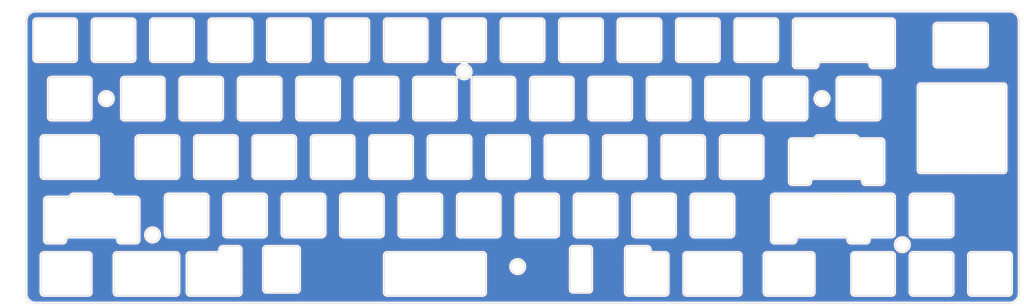
<source format=kicad_pcb>
(kicad_pcb (version 20211014) (generator pcbnew)
  (layers (0 "F.Cu" signal) (31 "B.Cu" signal) (34 "B.Paste" user) (35 "F.Paste" user) (36 "B.SilkS" user "B.Silkscreen") (37 "F.SilkS" user "F.Silkscreen") (38 "B.Mask" user) (39 "F.Mask" user) (44 "Edge.Cuts" user))
  (net 0 "")
  (footprint "keyboard_plate:logo_plate" (layer "F.Cu") (at 152.75 158.4)
    (fp_text reference "G***" hide)
    (fp_text value "LOGO" hide)
  )
  (gr_arc (start 208.9625 108.04375) (mid 208.669607 108.750857) (end 207.9625 109.04375) (layer "Edge.Cuts") (width 0.2))
  (gr_arc (start 327.025 95.04375) (mid 327.732107 95.336643) (end 328.025 96.04375) (layer "Edge.Cuts") (width 0.2))
  (gr_line (start 228.0125 96.04375) (end 228.0125 108.04375) (layer "Edge.Cuts") (width 0.2))
  (gr_line (start 247.0625 96.04375) (end 247.0625 108.04375) (layer "Edge.Cuts") (width 0.2))
  (gr_arc (start 252.1125 96.04375) (mid 252.405393 95.336643) (end 253.1125 95.04375) (layer "Edge.Cuts") (width 0.2))
  (gr_line (start 214.0125 96.04375) (end 214.0125 108.04375) (layer "Edge.Cuts") (width 0.2))
  (gr_line (start 195.9625 109.04375) (end 207.9625 109.04375) (layer "Edge.Cuts") (width 0.2))
  (gr_line (start 304.2125 96.04375) (end 304.2125 108.04375) (layer "Edge.Cuts") (width 0.2))
  (gr_arc (start 170.8625 108.04375) (mid 170.569607 108.750857) (end 169.8625 109.04375) (layer "Edge.Cuts") (width 0.2))
  (gr_line (start 291.2125 109.04375) (end 303.2125 109.04375) (layer "Edge.Cuts") (width 0.2))
  (gr_line (start 252.1125 96.04375) (end 252.1125 108.04375) (layer "Edge.Cuts") (width 0.2))
  (gr_arc (start 271.1625 96.04375) (mid 271.455393 95.336643) (end 272.1625 95.04375) (layer "Edge.Cuts") (width 0.2))
  (gr_arc (start 214.0125 96.04375) (mid 214.305393 95.336643) (end 215.0125 95.04375) (layer "Edge.Cuts") (width 0.2))
  (gr_arc (start 156.8625 96.04375) (mid 157.155393 95.336643) (end 157.8625 95.04375) (layer "Edge.Cuts") (width 0.2))
  (gr_line (start 233.0625 96.04375) (end 233.0625 108.04375) (layer "Edge.Cuts") (width 0.2))
  (gr_arc (start 228.0125 108.04375) (mid 227.719607 108.750857) (end 227.0125 109.04375) (layer "Edge.Cuts") (width 0.2))
  (gr_arc (start 189.9125 108.04375) (mid 189.619607 108.750857) (end 188.9125 109.04375) (layer "Edge.Cuts") (width 0.2))
  (gr_arc (start 234.0625 109.04375) (mid 233.355393 108.750857) (end 233.0625 108.04375) (layer "Edge.Cuts") (width 0.2))
  (gr_arc (start 175.9125 96.04375) (mid 176.205393 95.336643) (end 176.9125 95.04375) (layer "Edge.Cuts") (width 0.2))
  (gr_line (start 208.9625 96.04375) (end 208.9625 108.04375) (layer "Edge.Cuts") (width 0.2))
  (gr_arc (start 188.9125 95.04375) (mid 189.619607 95.336643) (end 189.9125 96.04375) (layer "Edge.Cuts") (width 0.2))
  (gr_arc (start 194.9625 96.04375) (mid 195.255393 95.336643) (end 195.9625 95.04375) (layer "Edge.Cuts") (width 0.2))
  (gr_arc (start 72.23125 114.09375) (mid 72.938357 114.386643) (end 73.23125 115.09375) (layer "Edge.Cuts") (width 0.2))
  (gr_arc (start 169.8625 95.04375) (mid 170.569607 95.336643) (end 170.8625 96.04375) (layer "Edge.Cuts") (width 0.2))
  (gr_line (start 189.9125 96.04375) (end 189.9125 108.04375) (layer "Edge.Cuts") (width 0.2))
  (gr_arc (start 314.024999 96.04375) (mid 314.317892 95.336643) (end 315.024999 95.04375) (layer "Edge.Cuts") (width 0.2))
  (gr_line (start 328.025 96.04375) (end 328.025 108.04375) (layer "Edge.Cuts") (width 0.2))
  (gr_line (start 314.024999 96.04375) (end 314.024999 108.04375) (layer "Edge.Cuts") (width 0.2))
  (gr_line (start 272.1625 95.04375) (end 284.1625 95.04375) (layer "Edge.Cuts") (width 0.2))
  (gr_line (start 215.0125 109.04375) (end 227.0125 109.04375) (layer "Edge.Cuts") (width 0.2))
  (gr_line (start 234.0625 109.04375) (end 246.0625 109.04375) (layer "Edge.Cuts") (width 0.2))
  (gr_line (start 156.8625 96.04375) (end 156.8625 108.04375) (layer "Edge.Cuts") (width 0.2))
  (gr_line (start 176.9125 95.04375) (end 188.9125 95.04375) (layer "Edge.Cuts") (width 0.2))
  (gr_arc (start 176.9125 109.04375) (mid 176.205393 108.750857) (end 175.9125 108.04375) (layer "Edge.Cuts") (width 0.2))
  (gr_line (start 234.0625 95.04375) (end 246.0625 95.04375) (layer "Edge.Cuts") (width 0.2))
  (gr_line (start 272.1625 109.04375) (end 284.1625 109.04375) (layer "Edge.Cuts") (width 0.2))
  (gr_arc (start 284.1625 95.04375) (mid 284.869607 95.336643) (end 285.1625 96.04375) (layer "Edge.Cuts") (width 0.2))
  (gr_arc (start 291.2125 109.04375) (mid 290.505393 108.750857) (end 290.2125 108.04375) (layer "Edge.Cuts") (width 0.2))
  (gr_line (start 315.024999 109.04375) (end 327.025 109.04375) (layer "Edge.Cuts") (width 0.2))
  (gr_arc (start 207.9625 95.04375) (mid 208.669607 95.336643) (end 208.9625 96.04375) (layer "Edge.Cuts") (width 0.2))
  (gr_arc (start 224.5375 89.99375) (mid 223.830393 89.700857) (end 223.5375 88.99375) (layer "Edge.Cuts") (width 0.2))
  (gr_line (start 176.9125 109.04375) (end 188.9125 109.04375) (layer "Edge.Cuts") (width 0.2))
  (gr_line (start 175.9125 96.04375) (end 175.9125 108.04375) (layer "Edge.Cuts") (width 0.2))
  (gr_arc (start 233.0625 96.04375) (mid 233.355393 95.336643) (end 234.0625 95.04375) (layer "Edge.Cuts") (width 0.2))
  (gr_line (start 266.1125 96.04375) (end 266.1125 108.04375) (layer "Edge.Cuts") (width 0.2))
  (gr_line (start 253.1125 95.04375) (end 265.1125 95.04375) (layer "Edge.Cuts") (width 0.2))
  (gr_line (start 290.2125 96.04375) (end 290.2125 108.04375) (layer "Edge.Cuts") (width 0.2))
  (gr_line (start 170.8625 96.04375) (end 170.8625 108.04375) (layer "Edge.Cuts") (width 0.2))
  (gr_arc (start 253.1125 109.04375) (mid 252.405393 108.750857) (end 252.1125 108.04375) (layer "Edge.Cuts") (width 0.2))
  (gr_line (start 253.1125 109.04375) (end 265.1125 109.04375) (layer "Edge.Cuts") (width 0.2))
  (gr_line (start 215.0125 95.04375) (end 227.0125 95.04375) (layer "Edge.Cuts") (width 0.2))
  (gr_line (start 291.2125 95.04375) (end 303.2125 95.04375) (layer "Edge.Cuts") (width 0.2))
  (gr_arc (start 272.1625 109.04375) (mid 271.455393 108.750857) (end 271.1625 108.04375) (layer "Edge.Cuts") (width 0.2))
  (gr_arc (start 290.2125 96.04375) (mid 290.505393 95.336643) (end 291.2125 95.04375) (layer "Edge.Cuts") (width 0.2))
  (gr_line (start 285.1625 96.04375) (end 285.1625 108.04375) (layer "Edge.Cuts") (width 0.2))
  (gr_arc (start 195.9625 109.04375) (mid 195.255393 108.750857) (end 194.9625 108.04375) (layer "Edge.Cuts") (width 0.2))
  (gr_line (start 194.9625 96.04375) (end 194.9625 108.04375) (layer "Edge.Cuts") (width 0.2))
  (gr_arc (start 285.1625 108.04375) (mid 284.869607 108.750857) (end 284.1625 109.04375) (layer "Edge.Cuts") (width 0.2))
  (gr_arc (start 227.0125 95.04375) (mid 227.719607 95.336643) (end 228.0125 96.04375) (layer "Edge.Cuts") (width 0.2))
  (gr_arc (start 265.1125 95.04375) (mid 265.819607 95.336643) (end 266.1125 96.04375) (layer "Edge.Cuts") (width 0.2))
  (gr_arc (start 247.0625 108.04375) (mid 246.769607 108.750857) (end 246.0625 109.04375) (layer "Edge.Cuts") (width 0.2))
  (gr_arc (start 242.5875 76.99375) (mid 242.880393 76.286643) (end 243.5875 75.99375) (layer "Edge.Cuts") (width 0.2))
  (gr_line (start 261.6375 76.99375) (end 261.6375 88.99375) (layer "Edge.Cuts") (width 0.2))
  (gr_arc (start 215.0125 109.04375) (mid 214.305393 108.750857) (end 214.0125 108.04375) (layer "Edge.Cuts") (width 0.2))
  (gr_line (start 271.1625 96.04375) (end 271.1625 108.04375) (layer "Edge.Cuts") (width 0.2))
  (gr_line (start 315.024999 95.04375) (end 327.025 95.04375) (layer "Edge.Cuts") (width 0.2))
  (gr_arc (start 157.8625 109.04375) (mid 157.155393 108.750857) (end 156.8625 108.04375) (layer "Edge.Cuts") (width 0.2))
  (gr_line (start 243.5875 75.99375) (end 255.5875 75.99375) (layer "Edge.Cuts") (width 0.2))
  (gr_arc (start 303.2125 95.04375) (mid 303.919607 95.336643) (end 304.2125 96.04375) (layer "Edge.Cuts") (width 0.2))
  (gr_arc (start 304.2125 108.04375) (mid 303.919607 108.750857) (end 303.2125 109.04375) (layer "Edge.Cuts") (width 0.2))
  (gr_line (start 195.9625 95.04375) (end 207.9625 95.04375) (layer "Edge.Cuts") (width 0.2))
  (gr_arc (start 246.0625 95.04375) (mid 246.769607 95.336643) (end 247.0625 96.04375) (layer "Edge.Cuts") (width 0.2))
  (gr_arc (start 266.1125 108.04375) (mid 265.819607 108.750857) (end 265.1125 109.04375) (layer "Edge.Cuts") (width 0.2))
  (gr_line (start 124.525 128.09375) (end 136.525 128.09375) (layer "Edge.Cuts") (width 0.2))
  (gr_arc (start 200.725 128.09375) (mid 200.017893 127.800857) (end 199.725 127.09375) (layer "Edge.Cuts") (width 0.2))
  (gr_arc (start 155.575 114.09375) (mid 156.282107 114.386643) (end 156.575 115.09375) (layer "Edge.Cuts") (width 0.2))
  (gr_line (start 162.625 114.09375) (end 174.625 114.09375) (layer "Edge.Cuts") (width 0.2))
  (gr_arc (start 85.425 115.09375) (mid 85.717893 114.386643) (end 86.425 114.09375) (layer "Edge.Cuts") (width 0.2))
  (gr_arc (start 142.575 115.09375) (mid 142.867893 114.386643) (end 143.575 114.09375) (layer "Edge.Cuts") (width 0.2))
  (gr_arc (start 193.675 114.09375) (mid 194.382107 114.386643) (end 194.675 115.09375) (layer "Edge.Cuts") (width 0.2))
  (gr_line (start 105.475 114.09375) (end 117.475 114.09375) (layer "Edge.Cuts") (width 0.2))
  (gr_arc (start 105.475 128.09375) (mid 104.767893 127.800857) (end 104.475 127.09375) (layer "Edge.Cuts") (width 0.2))
  (gr_line (start 73.23125 115.09375) (end 73.23125 127.09375) (layer "Edge.Cuts") (width 0.2))
  (gr_arc (start 174.625 114.09375) (mid 175.332107 114.386643) (end 175.625 115.09375) (layer "Edge.Cuts") (width 0.2))
  (gr_arc (start 143.575 128.09375) (mid 142.867893 127.800857) (end 142.575 127.09375) (layer "Edge.Cuts") (width 0.2))
  (gr_line (start 219.775 114.09375) (end 231.775 114.09375) (layer "Edge.Cuts") (width 0.2))
  (gr_arc (start 156.575 127.09375) (mid 156.282107 127.800857) (end 155.575 128.09375) (layer "Edge.Cuts") (width 0.2))
  (gr_line (start 123.525 115.09375) (end 123.525 127.09375) (layer "Edge.Cuts") (width 0.2))
  (gr_line (start 161.625 115.09375) (end 161.625 127.09375) (layer "Edge.Cuts") (width 0.2))
  (gr_line (start 194.675 115.09375) (end 194.675 127.09375) (layer "Edge.Cuts") (width 0.2))
  (gr_arc (start 118.475 127.09375) (mid 118.182107 127.800857) (end 117.475 128.09375) (layer "Edge.Cuts") (width 0.2))
  (gr_arc (start 73.23125 127.09375) (mid 72.938357 127.800857) (end 72.23125 128.09375) (layer "Edge.Cuts") (width 0.2))
  (gr_arc (start 124.525 128.09375) (mid 123.817893 127.800857) (end 123.525 127.09375) (layer "Edge.Cuts") (width 0.2))
  (gr_arc (start 180.675 115.09375) (mid 180.967893 114.386643) (end 181.675 114.09375) (layer "Edge.Cuts") (width 0.2))
  (gr_line (start 143.575 128.09375) (end 155.575 128.09375) (layer "Edge.Cuts") (width 0.2))
  (gr_arc (start 54.46875 115.09375) (mid 54.761643 114.386643) (end 55.46875 114.09375) (layer "Edge.Cuts") (width 0.2))
  (gr_arc (start 117.475 114.09375) (mid 118.182107 114.386643) (end 118.475 115.09375) (layer "Edge.Cuts") (width 0.2))
  (gr_arc (start 328.025 108.04375) (mid 327.732107 108.750857) (end 327.025 109.04375) (layer "Edge.Cuts") (width 0.2))
  (gr_line (start 232.775 115.09375) (end 232.775 127.09375) (layer "Edge.Cuts") (width 0.2))
  (gr_line (start 54.46875 115.09375) (end 54.46875 127.09375) (layer "Edge.Cuts") (width 0.2))
  (gr_line (start 162.625 128.09375) (end 174.625 128.09375) (layer "Edge.Cuts") (width 0.2))
  (gr_arc (start 315.024999 109.04375) (mid 314.317892 108.750857) (end 314.024999 108.04375) (layer "Edge.Cuts") (width 0.2))
  (gr_arc (start 199.725 115.09375) (mid 200.017893 114.386643) (end 200.725 114.09375) (layer "Edge.Cuts") (width 0.2))
  (gr_arc (start 175.625 127.09375) (mid 175.332107 127.800857) (end 174.625 128.09375) (layer "Edge.Cuts") (width 0.2))
  (gr_arc (start 293.6875 75.99375) (mid 294.394607 76.286643) (end 294.6875 76.99375) (layer "Edge.Cuts") (width 0.2))
  (gr_arc (start 280.6875 76.99375) (mid 280.980393 76.286643) (end 281.6875 75.99375) (layer "Edge.Cuts") (width 0.2))
  (gr_arc (start 261.6375 76.99375) (mid 261.930393 76.286643) (end 262.6375 75.99375) (layer "Edge.Cuts") (width 0.2))
  (gr_arc (start 255.5875 75.99375) (mid 256.294607 76.286643) (end 256.5875 76.99375) (layer "Edge.Cuts") (width 0.2))
  (gr_line (start 299.7375 76.99375) (end 299.736 90.99375) (layer "Edge.Cuts") (width 0.2))
  (gr_line (start 281.6875 75.99375) (end 293.6875 75.99375) (layer "Edge.Cuts") (width 0.2))
  (gr_arc (start 243.5875 89.99375) (mid 242.880393 89.700857) (end 242.5875 88.99375) (layer "Edge.Cuts") (width 0.2))
  (gr_line (start 262.6375 75.99375) (end 274.6375 75.99375) (layer "Edge.Cuts") (width 0.2))
  (gr_arc (start 256.587499 88.99375) (mid 256.294606 89.700856) (end 255.5875 89.993749) (layer "Edge.Cuts") (width 0.2))
  (gr_line (start 224.5375 89.993749) (end 236.5375 89.993749) (layer "Edge.Cuts") (width 0.2))
  (gr_line (start 280.6875 76.99375) (end 280.6875 88.99375) (layer "Edge.Cuts") (width 0.2))
  (gr_line (start 243.5875 89.993749) (end 255.5875 89.993749) (layer "Edge.Cuts") (width 0.2))
  (gr_line (start 294.6875 76.99375) (end 294.6875 88.99375) (layer "Edge.Cuts") (width 0.2))
  (gr_arc (start 299.7375 76.99375) (mid 300.030393 76.286643) (end 300.7375 75.99375) (layer "Edge.Cuts") (width 0.2))
  (gr_line (start 325.7005 91.99375) (end 331.789 91.99375) (layer "Edge.Cuts") (width 0.2))
  (gr_line (start 237.5375 76.99375) (end 237.5375 88.99375) (layer "Edge.Cuts") (width 0.2))
  (gr_arc (start 274.6375 75.99375) (mid 275.344607 76.286643) (end 275.6375 76.99375) (layer "Edge.Cuts") (width 0.2))
  (gr_arc (start 236.5375 75.99375) (mid 237.244607 76.286643) (end 237.5375 76.99375) (layer "Edge.Cuts") (width 0.2))
  (gr_line (start 138.8125 109.04375) (end 150.8125 109.04375) (layer "Edge.Cuts") (width 0.2))
  (gr_line (start 262.6375 89.993749) (end 274.6375 89.993749) (layer "Edge.Cuts") (width 0.2))
  (gr_arc (start 325.7005 91.99375) (mid 324.993393 91.700857) (end 324.7005 90.99375) (layer "Edge.Cuts") (width 0.2))
  (gr_arc (start 281.6875 89.99375) (mid 280.980393 89.700857) (end 280.6875 88.99375) (layer "Edge.Cuts") (width 0.2))
  (gr_arc (start 112.7125 95.04375) (mid 113.419607 95.336643) (end 113.7125 96.04375) (layer "Edge.Cuts") (width 0.2))
  (gr_line (start 94.6625 96.04375) (end 94.6625 108.04375) (layer "Edge.Cuts") (width 0.2))
  (gr_arc (start 300.736 91.99375) (mid 300.028893 91.700857) (end 299.736 90.99375) (layer "Edge.Cuts") (width 0.2))
  (gr_line (start 157.8625 109.04375) (end 169.8625 109.04375) (layer "Edge.Cuts") (width 0.2))
  (gr_line (start 119.7625 95.04375) (end 131.7625 95.04375) (layer "Edge.Cuts") (width 0.2))
  (gr_line (start 300.736 91.99375) (end 306.8245 91.99375) (layer "Edge.Cuts") (width 0.2))
  (gr_arc (start 262.6375 89.99375) (mid 261.930393 89.700857) (end 261.6375 88.99375) (layer "Edge.Cuts") (width 0.2))
  (gr_arc (start 307.8245 90.99375) (mid 307.531607 91.700857) (end 306.8245 91.99375) (layer "Edge.Cuts") (width 0.2))
  (gr_line (start 281.6875 89.993749) (end 293.6875 89.993749) (layer "Edge.Cuts") (width 0.2))
  (gr_line (start 81.6625 95.04375) (end 93.6625 95.04375) (layer "Edge.Cuts") (width 0.2))
  (gr_arc (start 132.7625 108.04375) (mid 132.469607 108.750857) (end 131.7625 109.04375) (layer "Edge.Cuts") (width 0.2))
  (gr_arc (start 331.7875 75.99375) (mid 332.494607 76.286643) (end 332.7875 76.99375) (layer "Edge.Cuts") (width 0.2))
  (gr_line (start 242.5875 76.99375) (end 242.5875 88.99375) (layer "Edge.Cuts") (width 0.2))
  (gr_arc (start 294.687499 88.99375) (mid 294.394606 89.700856) (end 293.6875 89.993749) (layer "Edge.Cuts") (width 0.2))
  (gr_line (start 56.85 96.04375) (end 56.85 108.04375) (layer "Edge.Cuts") (width 0.2))
  (gr_line (start 138.8125 95.04375) (end 150.8125 95.04375) (layer "Edge.Cuts") (width 0.2))
  (gr_arc (start 118.7625 96.04375) (mid 119.055393 95.336643) (end 119.7625 95.04375) (layer "Edge.Cuts") (width 0.2))
  (gr_line (start 132.7625 96.04375) (end 132.7625 108.04375) (layer "Edge.Cuts") (width 0.2))
  (gr_arc (start 131.7625 95.04375) (mid 132.469607 95.336643) (end 132.7625 96.04375) (layer "Edge.Cuts") (width 0.2))
  (gr_line (start 119.7625 109.04375) (end 131.7625 109.04375) (layer "Edge.Cuts") (width 0.2))
  (gr_arc (start 99.7125 96.04375) (mid 100.005393 95.336643) (end 100.7125 95.04375) (layer "Edge.Cuts") (width 0.2))
  (gr_arc (start 100.7125 109.04375) (mid 100.005393 108.750857) (end 99.7125 108.04375) (layer "Edge.Cuts") (width 0.2))
  (gr_arc (start 119.7625 109.04375) (mid 119.055393 108.750857) (end 118.7625 108.04375) (layer "Edge.Cuts") (width 0.2))
  (gr_arc (start 57.85 109.04375) (mid 57.142893 108.750857) (end 56.85 108.04375) (layer "Edge.Cuts") (width 0.2))
  (gr_line (start 137.8125 96.04375) (end 137.8125 108.04375) (layer "Edge.Cuts") (width 0.2))
  (gr_arc (start 151.8125 108.04375) (mid 151.519607 108.750857) (end 150.8125 109.04375) (layer "Edge.Cuts") (width 0.2))
  (gr_line (start 157.8625 95.04375) (end 169.8625 95.04375) (layer "Edge.Cuts") (width 0.2))
  (gr_line (start 113.7125 96.04375) (end 113.7125 108.04375) (layer "Edge.Cuts") (width 0.2))
  (gr_line (start 81.6625 109.04375) (end 93.6625 109.04375) (layer "Edge.Cuts") (width 0.2))
  (gr_line (start 70.85 96.04375) (end 70.85 108.04375) (layer "Edge.Cuts") (width 0.2))
  (gr_line (start 57.85 95.04375) (end 69.85 95.04375) (layer "Edge.Cuts") (width 0.2))
  (gr_arc (start 137.8125 96.04375) (mid 138.105393 95.336643) (end 138.8125 95.04375) (layer "Edge.Cuts") (width 0.2))
  (gr_line (start 99.7125 96.04375) (end 99.7125 108.04375) (layer "Edge.Cuts") (width 0.2))
  (gr_arc (start 56.85 96.04375) (mid 57.142893 95.336643) (end 57.85 95.04375) (layer "Edge.Cuts") (width 0.2))
  (gr_arc (start 80.6625 96.04375) (mid 80.955393 95.336643) (end 81.6625 95.04375) (layer "Edge.Cuts") (width 0.2))
  (gr_line (start 100.7125 95.04375) (end 112.7125 95.04375) (layer "Edge.Cuts") (width 0.2))
  (gr_arc (start 93.6625 95.04375) (mid 94.369607 95.336643) (end 94.6625 96.04375) (layer "Edge.Cuts") (width 0.2))
  (gr_line (start 151.8125 96.04375) (end 151.8125 108.04375) (layer "Edge.Cuts") (width 0.2))
  (gr_line (start 57.85 109.04375) (end 69.85 109.04375) (layer "Edge.Cuts") (width 0.2))
  (gr_arc (start 94.6625 108.04375) (mid 94.369607 108.750857) (end 93.6625 109.04375) (layer "Edge.Cuts") (width 0.2))
  (gr_arc (start 138.8125 109.04375) (mid 138.105393 108.750857) (end 137.8125 108.04375) (layer "Edge.Cuts") (width 0.2))
  (gr_line (start 256.5875 76.99375) (end 256.5875 88.99375) (layer "Edge.Cuts") (width 0.2))
  (gr_arc (start 150.8125 95.04375) (mid 151.519607 95.336643) (end 151.8125 96.04375) (layer "Edge.Cuts") (width 0.2))
  (gr_arc (start 237.537499 88.99375) (mid 237.244606 89.700856) (end 236.5375 89.993749) (layer "Edge.Cuts") (width 0.2))
  (gr_line (start 275.6375 76.99375) (end 275.6375 88.99375) (layer "Edge.Cuts") (width 0.2))
  (gr_line (start 223.5375 76.99375) (end 223.5375 88.99375) (layer "Edge.Cuts") (width 0.2))
  (gr_arc (start 69.85 95.04375) (mid 70.557107 95.336643) (end 70.85 96.04375) (layer "Edge.Cuts") (width 0.2))
  (gr_arc (start 70.85 108.04375) (mid 70.557107 108.750857) (end 69.85 109.04375) (layer "Edge.Cuts") (width 0.2))
  (gr_line (start 118.7625 96.04375) (end 118.7625 108.04375) (layer "Edge.Cuts") (width 0.2))
  (gr_arc (start 113.7125 108.04375) (mid 113.419607 108.750857) (end 112.7125 109.04375) (layer "Edge.Cuts") (width 0.2))
  (gr_arc (start 275.637499 88.99375) (mid 275.344606 89.700856) (end 274.6375 89.993749) (layer "Edge.Cuts") (width 0.2))
  (gr_arc (start 223.5375 76.99375) (mid 223.830393 76.286643) (end 224.5375 75.99375) (layer "Edge.Cuts") (width 0.2))
  (gr_line (start 100.7125 109.04375) (end 112.7125 109.04375) (layer "Edge.Cuts") (width 0.2))
  (gr_arc (start 281.78125 152.19375) (mid 282.488357 152.486643) (end 282.78125 153.19375) (layer "Edge.Cuts") (width 0.2))
  (gr_line (start 49.5625 76.64375) (end 49.5625 165.54375) (layer "Edge.Cuts") (width 0.2))
  (gr_arc (start 228.03125 165.19375) (mid 227.324143 164.900857) (end 227.03125 164.19375) (layer "Edge.Cuts") (width 0.2))
  (gr_line (start 244.983 151.19375) (end 244.96875 165.19375) (layer "Edge.Cuts") (width 0.2))
  (gr_line (start 306.59375 153.19375) (end 306.59375 165.19375) (layer "Edge.Cuts") (width 0.2))
  (gr_line (start 127.03125 164.19375) (end 127.03125 151.19375) (layer "Edge.Cuts") (width 0.2))
  (gr_arc (start 227.0375 151.19375) (mid 227.330393 150.486643) (end 228.0375 150.19375) (layer "Edge.Cuts") (width 0.2))
  (gr_line (start 318.7875 153.19375) (end 318.7875 165.19375) (layer "Edge.Cuts") (width 0.2))
  (gr_arc (start 306.59375 165.19375) (mid 306.300857 165.900857) (end 305.59375 166.19375) (layer "Edge.Cuts") (width 0.2))
  (gr_arc (start 331.7875 152.19375) (mid 332.494607 152.486643) (end 332.7875 153.19375) (layer "Edge.Cuts") (width 0.2))
  (gr_arc (start 244.983 151.19375) (mid 245.275893 150.486643) (end 245.983 150.19375) (layer "Edge.Cuts") (width 0.2))
  (gr_line (start 338.8375 152.19375) (end 350.8375 152.19375) (layer "Edge.Cuts") (width 0.2))
  (gr_arc (start 319.7875 166.19375) (mid 319.080393 165.900857) (end 318.7875 165.19375) (layer "Edge.Cuts") (width 0.2))
  (gr_arc (start 137.7875 150.19375) (mid 138.494607 150.486643) (end 138.7875 151.19375) (layer "Edge.Cuts") (width 0.2))
  (gr_line (start 370.8875 153.19375) (end 370.8875 165.19375) (layer "Edge.Cuts") (width 0.2))
  (gr_arc (start 245.96875 166.19375) (mid 245.261643 165.900857) (end 244.96875 165.19375) (layer "Edge.Cuts") (width 0.2))
  (gr_arc (start 318.7875 153.19375) (mid 319.080393 152.486643) (end 319.7875 152.19375) (layer "Edge.Cuts") (width 0.2))
  (gr_arc (start 290.2125 153.19375) (mid 290.505393 152.486643) (end 291.2125 152.19375) (layer "Edge.Cuts") (width 0.2))
  (gr_line (start 227.03125 164.19375) (end 227.0375 151.19375) (layer "Edge.Cuts") (width 0.2))
  (gr_arc (start 265.01875 166.19375) (mid 264.311643 165.900857) (end 264.01875 165.19375) (layer "Edge.Cuts") (width 0.2))
  (gr_arc (start 199.4375 165.19375) (mid 199.144607 165.900857) (end 198.4375 166.19375) (layer "Edge.Cuts") (width 0.2))
  (gr_arc (start 282.78125 165.19375) (mid 282.488357 165.900857) (end 281.78125 166.19375) (layer "Edge.Cuts") (width 0.2))
  (gr_arc (start 127.03125 151.19375) (mid 127.324143 150.486643) (end 128.03125 150.19375) (layer "Edge.Cuts") (width 0.2))
  (gr_line (start 233.03125 165.19375) (end 228.03125 165.19375) (layer "Edge.Cuts") (width 0.2))
  (gr_line (start 138.7875 164.19375) (end 138.7875 151.19375) (layer "Edge.Cuts") (width 0.2))
  (gr_arc (start 252.0875 150.19375) (mid 252.794607 150.486643) (end 253.0875 151.19375) (layer "Edge.Cuts") (width 0.2))
  (gr_line (start 252.0875 150.19375) (end 245.983 150.19375) (layer "Edge.Cuts") (width 0.2))
  (gr_arc (start 118.7375 150.19375) (mid 119.444607 150.486643) (end 119.7375 151.19375) (layer "Edge.Cuts") (width 0.2))
  (gr_line (start 332.7875 153.19375) (end 332.7875 165.19375) (layer "Edge.Cuts") (width 0.2))
  (gr_arc (start 337.8375 153.19375) (mid 338.130393 152.486643) (end 338.8375 152.19375) (layer "Edge.Cuts") (width 0.2))
  (gr_line (start 290.2125 153.19375) (end 290.2125 165.19375) (layer "Edge.Cuts") (width 0.2))
  (gr_line (start 338.8375 166.19375) (end 350.8375 166.19375) (layer "Edge.Cuts") (width 0.2))
  (gr_line (start 337.8375 153.19375) (end 337.8375 165.19375) (layer "Edge.Cuts") (width 0.2))
  (gr_line (start 351.8375 153.19375) (end 351.8375 165.19375) (layer "Edge.Cuts") (width 0.2))
  (gr_line (start 357.8875 166.19375) (end 369.8875 166.19375) (layer "Edge.Cuts") (width 0.2))
  (gr_line (start 357.8875 152.19375) (end 369.8875 152.19375) (layer "Edge.Cuts") (width 0.2))
  (gr_line (start 356.8875 153.19375) (end 356.8875 165.19375) (layer "Edge.Cuts") (width 0.2))
  (gr_arc (start 350.8375 152.19375) (mid 351.544607 152.486643) (end 351.8375 153.19375) (layer "Edge.Cuts") (width 0.2))
  (gr_line (start 282.78125 153.19375) (end 282.78125 165.19375) (layer "Edge.Cuts") (width 0.2))
  (gr_line (start 264.01875 153.19375) (end 264.01875 165.19375) (layer "Edge.Cuts") (width 0.2))
  (gr_arc (start 128.03125 165.19375) (mid 127.324143 164.900857) (end 127.03125 164.19375) (layer "Edge.Cuts") (width 0.2))
  (gr_arc (start 338.8375 166.19375) (mid 338.130393 165.900857) (end 337.8375 165.19375) (layer "Edge.Cuts") (width 0.2))
  (gr_arc (start 258.96875 165.19375) (mid 258.675857 165.900857) (end 257.96875 166.19375) (layer "Edge.Cuts") (width 0.2))
  (gr_line (start 319.7875 166.19375) (end 331.7875 166.19375) (layer "Edge.Cuts") (width 0.2))
  (gr_line (start 199.4375 153.19375) (end 199.4375 165.19375) (layer "Edge.Cuts") (width 0.2))
  (gr_arc (start 332.7875 165.19375) (mid 332.494607 165.900857) (end 331.7875 166.19375) (layer "Edge.Cuts") (width 0.2))
  (gr_arc (start 351.8375 165.19375) (mid 351.544607 165.900857) (end 350.8375 166.19375) (layer "Edge.Cuts") (width 0.2))
  (gr_line (start 319.7875 152.19375) (end 331.7875 152.19375) (layer "Edge.Cuts") (width 0.2))
  (gr_arc (start 291.2125 166.19375) (mid 290.505393 165.900857) (end 290.2125 165.19375) (layer "Edge.Cuts") (width 0.2))
  (gr_arc (start 234.03125 164.19375) (mid 233.738357 164.900857) (end 233.03125 165.19375) (layer "Edge.Cuts") (width 0.2))
  (gr_arc (start 369.8875 152.19375) (mid 370.594607 152.486643) (end 370.8875 153.19375) (layer "Edge.Cuts") (width 0.2))
  (gr_line (start 373.4125 76.64375) (end 373.4125 165.54375) (layer "Edge.Cuts") (width 0.2))
  (gr_arc (start 356.8875 153.19375) (mid 357.180393 152.486643) (end 357.8875 152.19375) (layer "Edge.Cuts") (width 0.2))
  (gr_arc (start 138.7875 164.19375) (mid 138.494607 164.900857) (end 137.7875 165.19375) (layer "Edge.Cuts") (width 0.2))
  (gr_arc (start 357.8875 166.19375) (mid 357.180393 165.900857) (end 356.8875 165.19375) (layer "Edge.Cuts") (width 0.2))
  (gr_line (start 52.7375 168.71875) (end 370.2375 168.71875) (layer "Edge.Cuts") (width 0.2))
  (gr_line (start 52.7375 73.46875) (end 370.2375 73.46875) (layer "Edge.Cuts") (width 0.2))
  (gr_arc (start 370.8875 165.19375) (mid 370.594607 165.900857) (end 369.8875 166.19375) (layer "Edge.Cuts") (width 0.2))
  (gr_arc (start 305.59375 152.19375) (mid 306.300857 152.486643) (end 306.59375 153.19375) (layer "Edge.Cuts") (width 0.2))
  (gr_arc (start 112.7375 151.19375) (mid 113.030393 150.486643) (end 113.7375 150.19375) (layer "Edge.Cuts") (width 0.2))
  (gr_arc (start 198.4375 152.19375) (mid 199.144607 152.486643) (end 199.4375 153.19375) (layer "Edge.Cuts") (width 0.2))
  (gr_arc (start 103.09375 166.19375) (mid 102.386643 165.900857) (end 102.09375 165.19375) (layer "Edge.Cuts") (width 0.2))
  (gr_line (start 172.15 147.14375) (end 184.15 147.14375) (layer "Edge.Cuts") (width 0.2))
  (gr_line (start 70.85 153.19375) (end 70.85 165.19375) (layer "Edge.Cuts") (width 0.2))
  (gr_line (start 229.3 147.14375) (end 241.3 147.14375) (layer "Edge.Cuts") (width 0.2))
  (gr_line (start 210.25 133.14375) (end 222.25 133.14375) (layer "Edge.Cuts") (width 0.2))
  (gr_arc (start 102.09375 153.19375) (mid 102.386643 152.486643) (end 103.09375 152.19375) (layer "Edge.Cuts") (width 0.2))
  (gr_arc (start 78.28125 153.19375) (mid 78.574143 152.486643) (end 79.28125 152.19375) (layer "Edge.Cuts") (width 0.2))
  (gr_line (start 99.425 153.19375) (end 99.425 165.19375) (layer "Edge.Cuts") (width 0.2))
  (gr_arc (start 203.2 133.14375) (mid 203.907107 133.436643) (end 204.2 134.14375) (layer "Edge.Cuts") (width 0.2))
  (gr_line (start 261.35 134.14375) (end 261.35 146.14375) (layer "Edge.Cuts") (width 0.2))
  (gr_line (start 248.35 147.14375) (end 260.35 147.14375) (layer "Edge.Cuts") (width 0.2))
  (gr_arc (start 267.4 147.14375) (mid 266.692893 146.850857) (end 266.4 146.14375) (layer "Edge.Cuts") (width 0.2))
  (gr_line (start 171.15 134.14375) (end 171.15 146.14375) (layer "Edge.Cuts") (width 0.2))
  (gr_arc (start 133.05 134.14375) (mid 133.342893 133.436643) (end 134.05 133.14375) (layer "Edge.Cuts") (width 0.2))
  (gr_arc (start 266.4 134.14375) (mid 266.692893 133.436643) (end 267.4 133.14375) (layer "Edge.Cuts") (width 0.2))
  (gr_arc (start 241.3 133.14375) (mid 242.007107 133.436643) (end 242.3 134.14375) (layer "Edge.Cuts") (width 0.2))
  (gr_arc (start 191.2 147.14375) (mid 190.492893 146.850857) (end 190.2 146.14375) (layer "Edge.Cuts") (width 0.2))
  (gr_line (start 267.4 133.14375) (end 279.4 133.14375) (layer "Edge.Cuts") (width 0.2))
  (gr_arc (start 209.25 134.14375) (mid 209.542893 133.436643) (end 210.25 133.14375) (layer "Edge.Cuts") (width 0.2))
  (gr_line (start 152.1 134.14375) (end 152.1 146.14375) (layer "Edge.Cuts") (width 0.2))
  (gr_line (start 228.3 134.14375) (end 228.3 146.14375) (layer "Edge.Cuts") (width 0.2))
  (gr_line (start 267.4 147.14375) (end 279.4 147.14375) (layer "Edge.Cuts") (width 0.2))
  (gr_line (start 118.7375 150.19375) (end 113.7375 150.19375) (layer "Edge.Cuts") (width 0.2))
  (gr_arc (start 69.85 152.19375) (mid 70.557107 152.486643) (end 70.85 153.19375) (layer "Edge.Cuts") (width 0.2))
  (gr_line (start 78.28125 153.19375) (end 78.28125 165.19375) (layer "Edge.Cuts") (width 0.2))
  (gr_arc (start 70.85 165.19375) (mid 70.557107 165.900857) (end 69.85 166.19375) (layer "Edge.Cuts") (width 0.2))
  (gr_line (start 102.09375 153.19375) (end 102.09375 165.19375) (layer "Edge.Cuts") (width 0.2))
  (gr_arc (start 134.05 147.14375) (mid 133.342893 146.850857) (end 133.05 146.14375) (layer "Edge.Cuts") (width 0.2))
  (gr_arc (start 165.1 133.14375) (mid 165.807107 133.436643) (end 166.1 134.14375) (layer "Edge.Cuts") (width 0.2))
  (gr_line (start 242.3 134.14375) (end 242.3 146.14375) (layer "Edge.Cuts") (width 0.2))
  (gr_arc (start 166.1 146.14375) (mid 165.807107 146.850857) (end 165.1 147.14375) (layer "Edge.Cuts") (width 0.2))
  (gr_line (start 166.1 134.14375) (end 166.1 146.14375) (layer "Edge.Cuts") (width 0.2))
  (gr_line (start 248.35 133.14375) (end 260.35 133.14375) (layer "Edge.Cuts") (width 0.2))
  (gr_line (start 247.35 134.14375) (end 247.35 146.14375) (layer "Edge.Cuts") (width 0.2))
  (gr_arc (start 280.4 146.14375) (mid 280.107107 146.850857) (end 279.4 147.14375) (layer "Edge.Cuts") (width 0.2))
  (gr_line (start 280.4 134.14375) (end 280.4 146.14375) (layer "Edge.Cuts") (width 0.2))
  (gr_arc (start 204.2 146.14375) (mid 203.907107 146.850857) (end 203.2 147.14375) (layer "Edge.Cuts") (width 0.2))
  (gr_arc (start 260.35 133.14375) (mid 261.057107 133.436643) (end 261.35 134.14375) (layer "Edge.Cuts") (width 0.2))
  (gr_line (start 223.25 134.14375) (end 223.25 146.14375) (layer "Edge.Cuts") (width 0.2))
  (gr_arc (start 248.35 147.14375) (mid 247.642893 146.850857) (end 247.35 146.14375) (layer "Edge.Cuts") (width 0.2))
  (gr_line (start 229.3 133.14375) (end 241.3 133.14375) (layer "Edge.Cuts") (width 0.2))
  (gr_line (start 210.25 147.14375) (end 222.25 147.14375) (layer "Edge.Cuts") (width 0.2))
  (gr_line (start 204.2 134.14375) (end 204.2 146.14375) (layer "Edge.Cuts") (width 0.2))
  (gr_arc (start 242.3 146.14375) (mid 242.007107 146.850857) (end 241.3 147.14375) (layer "Edge.Cuts") (width 0.2))
  (gr_arc (start 261.35 146.14375) (mid 261.057107 146.850857) (end 260.35 147.14375) (layer "Edge.Cuts") (width 0.2))
  (gr_arc (start 153.1 147.14375) (mid 152.392893 146.850857) (end 152.1 146.14375) (layer "Edge.Cuts") (width 0.2))
  (gr_line (start 191.2 133.14375) (end 203.2 133.14375) (layer "Edge.Cuts") (width 0.2))
  (gr_arc (start 184.15 133.14375) (mid 184.857107 133.436643) (end 185.15 134.14375) (layer "Edge.Cuts") (width 0.2))
  (gr_line (start 209.25 134.14375) (end 209.25 146.14375) (layer "Edge.Cuts") (width 0.2))
  (gr_arc (start 171.15 134.14375) (mid 171.442893 133.436643) (end 172.15 133.14375) (layer "Edge.Cuts") (width 0.2))
  (gr_arc (start 146.05 133.14375) (mid 146.757107 133.436643) (end 147.05 134.14375) (layer "Edge.Cuts") (width 0.2))
  (gr_arc (start 228.3 134.14375) (mid 228.592893 133.436643) (end 229.3 133.14375) (layer "Edge.Cuts") (width 0.2))
  (gr_arc (start 279.4 133.14375) (mid 280.107107 133.436643) (end 280.4 134.14375) (layer "Edge.Cuts") (width 0.2))
  (gr_arc (start 257.96875 152.19375) (mid 258.675857 152.486643) (end 258.96875 153.19375) (layer "Edge.Cuts") (width 0.2))
  (gr_arc (start 264.01875 153.19375) (mid 264.311643 152.486643) (end 265.01875 152.19375) (layer "Edge.Cuts") (width 0.2))
  (gr_line (start 258.96875 153.19375) (end 258.96875 165.19375) (layer "Edge.Cuts") (width 0.2))
  (gr_arc (start 166.3875 153.19375) (mid 166.680393 152.486643) (end 167.3875 152.19375) (layer "Edge.Cuts") (width 0.2))
  (gr_arc (start 98.425 152.19375) (mid 99.132107 152.486643) (end 99.425 153.19375) (layer "Edge.Cuts") (width 0.2))
  (gr_arc (start 99.425 165.19375) (mid 99.132107 165.900857) (end 98.425 166.19375) (layer "Edge.Cuts") (width 0.2))
  (gr_arc (start 79.28125 166.19375) (mid 78.574143 165.900857) (end 78.28125 165.19375) (layer "Edge.Cuts") (width 0.2))
  (gr_arc (start 167.3875 166.19375) (mid 166.680393 165.900857) (end 166.3875 165.19375) (layer "Edge.Cuts") (width 0.2))
  (gr_line (start 147.05 134.14375) (end 147.05 146.14375) (layer "Edge.Cuts") (width 0.2))
  (gr_line (start 166.3875 153.19375) (end 166.3875 165.19375) (layer "Edge.Cuts") (width 0.2))
  (gr_line (start 266.4 134.14375) (end 266.4 146.14375) (layer "Edge.Cuts") (width 0.2))
  (gr_arc (start 213.725 127.09375) (mid 213.432107 127.800857) (end 212.725 128.09375) (layer "Edge.Cuts") (width 0.2))
  (gr_line (start 85.425 115.09375) (end 85.425 127.09375) (layer "Edge.Cuts") (width 0.2))
  (gr_arc (start 55.46875 128.09375) (mid 54.761643 127.800857) (end 54.46875 127.09375) (layer "Edge.Cuts") (width 0.2))
  (gr_line (start 105.475 128.09375) (end 117.475 128.09375) (layer "Edge.Cuts") (width 0.2))
  (gr_arc (start 114 134.14375) (mid 114.292893 133.436643) (end 115 133.14375) (layer "Edge.Cuts") (width 0.2))
  (gr_arc (start 115 147.14375) (mid 114.292893 146.850857) (end 114 146.14375) (layer "Edge.Cuts") (width 0.2))
  (gr_arc (start 104.475 115.09375) (mid 104.767893 114.386643) (end 105.475 114.09375) (layer "Edge.Cuts") (width 0.2))
  (gr_line (start 143.575 114.09375) (end 155.575 114.09375) (layer "Edge.Cuts") (width 0.2))
  (gr_arc (start 98.425 114.09375) (mid 99.132107 114.386643) (end 99.425 115.09375) (layer "Edge.Cuts") (width 0.2))
  (gr_arc (start 212.725 114.09375) (mid 213.432107 114.386643) (end 213.725 115.09375) (layer "Edge.Cuts") (width 0.2))
  (gr_line (start 218.775 115.09375) (end 218.775 127.09375) (layer "Edge.Cuts") (width 0.2))
  (gr_line (start 137.525 115.09375) (end 137.525 127.09375) (layer "Edge.Cuts") (width 0.2))
  (gr_line (start 175.625 115.09375) (end 175.625 127.09375) (layer "Edge.Cuts") (width 0.2))
  (gr_arc (start 161.625 115.09375) (mid 161.917893 114.386643) (end 162.625 114.09375) (layer "Edge.Cuts") (width 0.2))
  (gr_line (start 219.775 128.09375) (end 231.775 128.09375) (layer "Edge.Cuts") (width 0.2))
  (gr_line (start 128 134.14375) (end 128 146.14375) (layer "Edge.Cuts") (width 0.2))
  (gr_line (start 90.1875 76.99375) (end 90.1875 88.99375) (layer "Edge.Cuts") (width 0.2))
  (gr_arc (start 85.137499 88.99375) (mid 84.844606 89.700856) (end 84.1375 89.993749) (layer "Edge.Cuts") (width 0.2))
  (gr_arc (start 84.1375 75.99375) (mid 84.844607 76.286643) (end 85.1375 76.99375) (layer "Edge.Cuts") (width 0.2))
  (gr_line (start 128.2875 76.99375) (end 128.2875 88.99375) (layer "Edge.Cuts") (width 0.2))
  (gr_arc (start 129.2875 89.99375) (mid 128.580393 89.700857) (end 128.2875 88.99375) (layer "Edge.Cuts") (width 0.2))
  (gr_line (start 129.2875 75.99375) (end 141.2875 75.99375) (layer "Edge.Cuts") (width 0.2))
  (gr_arc (start 104.187499 88.99375) (mid 103.894606 89.700856) (end 103.1875 89.993749) (layer "Edge.Cuts") (width 0.2))
  (gr_line (start 142.2875 76.99375) (end 142.2875 88.99375) (layer "Edge.Cuts") (width 0.2))
  (gr_line (start 91.1875 75.99375) (end 103.1875 75.99375) (layer "Edge.Cuts") (width 0.2))
  (gr_line (start 80.6625 96.04375) (end 80.6625 108.04375) (layer "Edge.Cuts") (width 0.2))
  (gr_arc (start 81.6625 109.04375) (mid 80.955393 108.750857) (end 80.6625 108.04375) (layer "Edge.Cuts") (width 0.2))
  (gr_arc (start 72.1375 89.99375) (mid 71.430393 89.700857) (end 71.1375 88.99375) (layer "Edge.Cuts") (width 0.2))
  (gr_line (start 85.1375 76.99375) (end 85.1375 88.99375) (layer "Edge.Cuts") (width 0.2))
  (gr_arc (start 71.1375 76.99375) (mid 71.430393 76.286643) (end 72.1375 75.99375) (layer "Edge.Cuts") (width 0.2))
  (gr_arc (start 91.1875 89.99375) (mid 90.480393 89.700857) (end 90.1875 88.99375) (layer "Edge.Cuts") (width 0.2))
  (gr_arc (start 128.2875 76.99375) (mid 128.580393 76.286643) (end 129.2875 75.99375) (layer "Edge.Cuts") (width 0.2))
  (gr_arc (start 110.2375 89.99375) (mid 109.530393 89.700857) (end 109.2375 88.99375) (layer "Edge.Cuts") (width 0.2))
  (gr_arc (start 90.1875 76.99375) (mid 90.480393 76.286643) (end 91.1875 75.99375) (layer "Edge.Cuts") (width 0.2))
  (gr_line (start 110.2375 75.99375) (end 122.2375 75.99375) (layer "Edge.Cuts") (width 0.2))
  (gr_line (start 52.0875 76.99375) (end 52.0875 88.99375) (layer "Edge.Cuts") (width 0.2))
  (gr_line (start 110.2375 89.993749) (end 122.2375 89.993749) (layer "Edge.Cuts") (width 0.2))
  (gr_line (start 66.087499 76.99375) (end 66.087499 88.99375) (layer "Edge.Cuts") (width 0.2))
  (gr_line (start 53.0875 75.99375) (end 65.0875 75.99375) (layer "Edge.Cuts") (width 0.2))
  (gr_arc (start 217.4875 75.99375) (mid 218.194607 76.286643) (end 218.4875 76.99375) (layer "Edge.Cuts") (width 0.2))
  (gr_arc (start 179.387499 75.99375) (mid 180.094606 76.286643) (end 180.387499 76.99375) (layer "Edge.Cuts") (width 0.2))
  (gr_line (start 245.96875 166.19375) (end 257.96875 166.19375) (layer "Edge.Cuts") (width 0.2))
  (gr_line (start 185.4375 76.99375) (end 185.4375 88.99375) (layer "Edge.Cuts") (width 0.2))
  (gr_line (start 204.4875 76.99375) (end 204.4875 88.99375) (layer "Edge.Cuts") (width 0.2))
  (gr_line (start 129.2875 89.993749) (end 141.2875 89.993749) (layer "Edge.Cuts") (width 0.2))
  (gr_arc (start 167.3875 89.99375) (mid 166.680393 89.700857) (end 166.3875 88.99375) (layer "Edge.Cuts") (width 0.2))
  (gr_arc (start 160.3375 75.99375) (mid 161.044607 76.286643) (end 161.3375 76.99375) (layer "Edge.Cuts") (width 0.2))
  (gr_arc (start 218.487499 88.99375) (mid 218.194606 89.700856) (end 217.4875 89.993749) (layer "Edge.Cuts") (width 0.2))
  (gr_line (start 224.5375 75.99375) (end 236.5375 75.99375) (layer "Edge.Cuts") (width 0.2))
  (gr_line (start 205.4875 75.99375) (end 217.4875 75.99375) (layer "Edge.Cuts") (width 0.2))
  (gr_arc (start 198.4375 75.99375) (mid 199.144607 76.286643) (end 199.4375 76.99375) (layer "Edge.Cuts") (width 0.2))
  (gr_line (start 55.46875 128.09375) (end 72.23125 128.09375) (layer "Edge.Cuts") (width 0.2))
  (gr_line (start 332.7875 76.99375) (end 332.789 90.99375) (layer "Edge.Cuts") (width 0.2))
  (gr_arc (start 332.789 90.99375) (mid 332.496107 91.700857) (end 331.789 91.99375) (layer "Edge.Cuts") (width 0.2))
  (gr_line (start 55.46875 152.19375) (end 69.85 152.19375) (layer "Edge.Cuts") (width 0.2))
  (gr_line (start 55.46875 166.19375) (end 69.85 166.19375) (layer "Edge.Cuts") (width 0.2))
  (gr_arc (start 122.2375 75.99375) (mid 122.944607 76.286643) (end 123.2375 76.99375) (layer "Edge.Cuts") (width 0.2))
  (gr_arc (start 205.4875 89.99375) (mid 204.780393 89.700857) (end 204.4875 88.99375) (layer "Edge.Cuts") (width 0.2))
  (gr_arc (start 166.3875 76.99375) (mid 166.680393 76.286643) (end 167.3875 75.99375) (layer "Edge.Cuts") (width 0.2))
  (gr_arc (start 199.437499 88.99375) (mid 199.144606 89.700856) (end 198.4375 89.993749) (layer "Edge.Cuts") (width 0.2))
  (gr_line (start 91.1875 89.993749) (end 103.1875 89.993749) (layer "Edge.Cuts") (width 0.2))
  (gr_arc (start 52.0875 76.99375) (mid 52.380393 76.286643) (end 53.0875 75.99375) (layer "Edge.Cuts") (width 0.2))
  (gr_line (start 161.3375 76.99375) (end 161.3375 88.99375) (layer "Edge.Cuts") (width 0.2))
  (gr_arc (start 186.4375 89.99375) (mid 185.730393 89.700857) (end 185.4375 88.99375) (layer "Edge.Cuts") (width 0.2))
  (gr_line (start 148.3375 89.993749) (end 160.3375 89.993749) (layer "Edge.Cuts") (width 0.2))
  (gr_arc (start 53.0875 89.99375) (mid 52.380393 89.700857) (end 52.0875 88.99375) (layer "Edge.Cuts") (width 0.2))
  (gr_arc (start 204.4875 76.99375) (mid 204.780393 76.286643) (end 205.4875 75.99375) (layer "Edge.Cuts") (width 0.2))
  (gr_arc (start 109.2375 76.99375) (mid 109.530393 76.286643) (end 110.2375 75.99375) (layer "Edge.Cuts") (width 0.2))
  (gr_line (start 300.7375 75.99375) (end 331.7875 75.99375) (layer "Edge.Cuts") (width 0.2))
  (gr_line (start 147.3375 76.99375) (end 147.3375 88.99375) (layer "Edge.Cuts") (width 0.2))
  (gr_line (start 55.46875 114.09375) (end 72.23125 114.09375) (layer "Edge.Cuts") (width 0.2))
  (gr_arc (start 142.287499 88.99375) (mid 141.994606 89.700856) (end 141.2875 89.993749) (layer "Edge.Cuts") (width 0.2))
  (gr_line (start 186.4375 75.99375) (end 198.4375 75.99375) (layer "Edge.Cuts") (width 0.2))
  (gr_line (start 199.4375 76.99375) (end 199.4375 88.99375) (layer "Edge.Cuts") (width 0.2))
  (gr_arc (start 65.0875 75.993751) (mid 65.794606 76.286644) (end 66.087499 76.99375) (layer "Edge.Cuts") (width 0.2))
  (gr_line (start 109.2375 76.99375) (end 109.2375 88.99375) (layer "Edge.Cuts") (width 0.2))
  (gr_line (start 123.2375 76.99375) (end 123.2375 88.99375) (layer "Edge.Cuts") (width 0.2))
  (gr_line (start 167.3875 75.99375) (end 179.387499 75.99375) (layer "Edge.Cuts") (width 0.2))
  (gr_arc (start 148.3375 89.99375) (mid 147.630393 89.700857) (end 147.3375 88.99375) (layer "Edge.Cuts") (width 0.2))
  (gr_line (start 205.4875 89.993749) (end 217.4875 89.993749) (layer "Edge.Cuts") (width 0.2))
  (gr_line (start 167.3875 89.993749) (end 179.387499 89.993749) (layer "Edge.Cuts") (width 0.2))
  (gr_line (start 308.8245 89.99375) (end 323.7005 89.99375) (layer "Edge.Cuts") (width 0.2))
  (gr_arc (start 161.337499 88.99375) (mid 161.044606 89.700856) (end 160.3375 89.993749) (layer "Edge.Cuts") (width 0.2))
  (gr_line (start 79.28125 152.19375) (end 98.425 152.19375) (layer "Edge.Cuts") (width 0.2))
  (gr_line (start 218.4875 76.99375) (end 218.4875 88.99375) (layer "Edge.Cuts") (width 0.2))
  (gr_line (start 71.1375 76.99375) (end 71.1375 88.99375) (layer "Edge.Cuts") (width 0.2))
  (gr_line (start 53.0875 89.993749) (end 65.0875 89.993749) (layer "Edge.Cuts") (width 0.2))
  (gr_line (start 104.1875 76.99375) (end 104.1875 88.99375) (layer "Edge.Cuts") (width 0.2))
  (gr_arc (start 123.237499 88.99375) (mid 122.944606 89.700856) (end 122.2375 89.993749) (layer "Edge.Cuts") (width 0.2))
  (gr_line (start 148.3375 75.99375) (end 160.3375 75.99375) (layer "Edge.Cuts") (width 0.2))
  (gr_line (start 180.387499 76.99375) (end 180.387499 88.99375) (layer "Edge.Cuts") (width 0.2))
  (gr_arc (start 180.387498 88.99375) (mid 180.094605 89.700856) (end 179.387499 89.993749) (layer "Edge.Cuts") (width 0.2))
  (gr_arc (start 147.3375 76.99375) (mid 147.630393 76.286643) (end 148.3375 75.99375) (layer "Edge.Cuts") (width 0.2))
  (gr_arc (start 323.7005 89.99375) (mid 324.407607 90.286643) (end 324.7005 90.99375) (layer "Edge.Cuts") (width 0.2))
  (gr_line (start 166.3875 76.99375) (end 166.3875 88.99375) (layer "Edge.Cuts") (width 0.2))
  (gr_line (start 186.4375 89.993749) (end 198.4375 89.993749) (layer "Edge.Cuts") (width 0.2))
  (gr_line (start 72.1375 75.99375) (end 84.1375 75.99375) (layer "Edge.Cuts") (width 0.2))
  (gr_arc (start 185.4375 76.99375) (mid 185.730393 76.286643) (end 186.4375 75.99375) (layer "Edge.Cuts") (width 0.2))
  (gr_arc (start 141.2875 75.99375) (mid 141.994607 76.286643) (end 142.2875 76.99375) (layer "Edge.Cuts") (width 0.2))
  (gr_arc (start 66.087499 88.99375) (mid 65.794606 89.700856) (end 65.0875 89.993749) (layer "Edge.Cuts") (width 0.2))
  (gr_arc (start 307.8245 90.99375) (mid 308.117393 90.286643) (end 308.8245 89.99375) (layer "Edge.Cuts") (width 0.2))
  (gr_line (start 72.1375 89.993749) (end 84.1375 89.993749) (layer "Edge.Cuts") (width 0.2))
  (gr_arc (start 103.1875 75.99375) (mid 103.894607 76.286643) (end 104.1875 76.99375) (layer "Edge.Cuts") (width 0.2))
  (gr_line (start 103.09375 152.19375) (end 111.7375 152.19375) (layer "Edge.Cuts") (width 0.2))
  (gr_arc (start 119.745 165.19375) (mid 119.452107 165.900857) (end 118.745 166.19375) (layer "Edge.Cuts") (width 0.2))
  (gr_line (start 198.4375 152.19375) (end 167.3875 152.19375) (layer "Edge.Cuts") (width 0.2))
  (gr_line (start 198.4375 166.19375) (end 167.3875 166.19375) (layer "Edge.Cuts") (width 0.2))
  (gr_arc (start 254.0875 152.19375) (mid 253.380393 151.900857) (end 253.0875 151.19375) (layer "Edge.Cuts") (width 0.2))
  (gr_line (start 291.2125 152.19375) (end 305.59375 152.19375) (layer "Edge.Cuts") (width 0.2))
  (gr_arc (start 64.127725 133.64375) (mid 63.7617 134.009775) (end 63.2617 134.14375) (layer "Edge.Cuts") (width 0.2))
  (gr_arc (start 233.03125 150.19375) (mid 233.738357 150.486643) (end 234.03125 151.19375) (layer "Edge.Cuts") (width 0.2))
  (gr_arc (start 370.2375 73.46875) (mid 372.482564 74.398686) (end 373.4125 76.64375) (layer "Edge.Cuts") (width 0.2))
  (gr_line (start 254.0875 152.19375) (end 257.96875 152.19375) (layer "Edge.Cuts") (width 0.2))
  (gr_line (start 301.68075 147.14375) (end 316.55675 147.14375) (layer "Edge.Cuts") (width 0.2))
  (gr_line (start 86.43175 135.14375) (end 86.43175 148.14375) (layer "Edge.Cuts") (width 0.2))
  (gr_line (start 63.55575 147.14375) (end 78.43175 147.14375) (layer "Edge.Cuts") (width 0.2))
  (gr_line (start 234.03125 164.19375) (end 234.03125 151.19375) (layer "Edge.Cuts") (width 0.2))
  (gr_arc (start 64.127725 133.64375) (mid 64.49375 133.277725) (end 64.99375 133.14375) (layer "Edge.Cuts") (width 0.2))
  (gr_line (start 331.7875 147.14375) (end 325.55675 147.14375) (layer "Edge.Cuts") (width 0.2))
  (gr_line (start 80.43175 149.14375) (end 85.43175 149.14375) (layer "Edge.Cuts") (width 0.2))
  (gr_line (start 78.7258 134.14375) (end 85.43175 134.14375) (layer "Edge.Cuts") (width 0.2))
  (gr_line (start 137.7875 150.19375) (end 128.03125 150.19375) (layer "Edge.Cuts") (width 0.2))
  (gr_arc (start 49.5625 76.64375) (mid 50.492436 74.398686) (end 52.7375 73.46875) (layer "Edge.Cuts") (width 0.2))
  (gr_line (start 233.03125 150.19375) (end 228.0375 150.19375) (layer "Edge.Cuts") (width 0.2))
  (gr_line (start 137.7875 165.19375) (end 128.03125 165.19375) (layer "Edge.Cuts") (width 0.2))
  (gr_arc (start 321.6133 115.09375) (mid 321.1133 114.959775) (end 320.747275 114.59375) (layer "Edge.Cuts") (width 0.2))
  (gr_line (start 265.01875 152.19375) (end 281.78125 152.19375) (layer "Edge.Cuts") (width 0.2))
  (gr_arc (start 52.7375 168.71875) (mid 50.492436 167.788814) (end 49.5625 165.54375) (layer "Edge.Cuts") (width 0.2))
  (gr_arc (start 373.4125 165.54375) (mid 372.482564 167.788814) (end 370.2375 168.71875) (layer "Edge.Cuts") (width 0.2))
  (gr_line (start 265.01875 166.19375) (end 281.78125 166.19375) (layer "Edge.Cuts") (width 0.2))
  (gr_arc (start 76.99375 133.14375) (mid 77.49375 133.277725) (end 77.859775 133.64375) (layer "Edge.Cuts") (width 0.2))
  (gr_arc (start 62.55575 148.14375) (mid 62.262857 148.850857) (end 61.55575 149.14375) (layer "Edge.Cuts") (width 0.2))
  (gr_arc (start 78.43175 147.14375) (mid 79.138857 147.436643) (end 79.43175 148.14375) (layer "Edge.Cuts") (width 0.2))
  (gr_arc (start 80.43175 149.14375) (mid 79.724643 148.850857) (end 79.43175 148.14375) (layer "Edge.Cuts") (width 0.2))
  (gr_line (start 293.59375 133.14375) (end 315.118749 133.14375) (layer "Edge.Cuts") (width 0.2))
  (gr_line (start 291.2125 166.19375) (end 305.59375 166.19375) (layer "Edge.Cuts") (width 0.2))
  (gr_arc (start 319.88125 114.09375) (mid 320.38125 114.227725) (end 320.747275 114.59375) (layer "Edge.Cuts") (width 0.2))
  (gr_arc (start 86.43175 148.14375) (mid 86.138857 148.850857) (end 85.43175 149.14375) (layer "Edge.Cuts") (width 0.2))
  (gr_arc (start 85.43175 134.14375) (mid 86.138857 134.436643) (end 86.43175 135.14375) (layer "Edge.Cuts") (width 0.2))
  (gr_arc (start 62.55575 148.14375) (mid 62.848643 147.436643) (end 63.55575 147.14375) (layer "Edge.Cuts") (width 0.2))
  (gr_line (start 79.28125 166.19375) (end 98.425 166.19375) (layer "Edge.Cuts") (width 0.2))
  (gr_arc (start 112.7375 151.19375) (mid 112.444607 151.900857) (end 111.7375 152.19375) (layer "Edge.Cuts") (width 0.2))
  (gr_arc (start 78.7258 134.14375) (mid 78.2258 134.009775) (end 77.859775 133.64375) (layer "Edge.Cuts") (width 0.2))
  (gr_line (start 118.745 166.19375) (end 103.09375 166.19375) (layer "Edge.Cuts") (width 0.2))
  (gr_arc (start 324.55675 148.14375) (mid 324.849643 147.436643) (end 325.55675 147.14375) (layer "Edge.Cuts") (width 0.2))
  (gr_line (start 119.7375 151.19375) (end 119.745 165.19375) (layer "Edge.Cuts") (width 0.2))
  (gr_arc (start 300.68075 148.14375) (mid 300.973643 147.436643) (end 301.68075 147.14375) (layer "Edge.Cuts") (width 0.2))
  (gr_arc (start 194.675 127.09375) (mid 194.382107 127.800857) (end 193.675 128.09375) (layer "Edge.Cuts") (width 0.2))
  (gr_line (start 104.475 115.09375) (end 104.475 127.09375) (layer "Edge.Cuts") (width 0.2))
  (gr_line (start 200.725 128.09375) (end 212.725 128.09375) (layer "Edge.Cuts") (width 0.2))
  (gr_line (start 199.725 115.09375) (end 199.725 127.09375) (layer "Edge.Cuts") (width 0.2))
  (gr_arc (start 99.425 127.09375) (mid 99.132107 127.800857) (end 98.425 128.09375) (layer "Edge.Cuts") (width 0.2))
  (gr_line (start 200.725 114.09375) (end 212.725 114.09375) (layer "Edge.Cuts") (width 0.2))
  (gr_line (start 213.725 115.09375) (end 213.725 127.09375) (layer "Edge.Cuts") (width 0.2))
  (gr_arc (start 231.775 114.09375) (mid 232.482107 114.386643) (end 232.775 115.09375) (layer "Edge.Cuts") (width 0.2))
  (gr_arc (start 181.675 128.09375) (mid 180.967893 127.800857) (end 180.675 127.09375) (layer "Edge.Cuts") (width 0.2))
  (gr_line (start 118.475 115.09375) (end 118.475 127.09375) (layer "Edge.Cuts") (width 0.2))
  (gr_line (start 180.675 115.09375) (end 180.675 127.09375) (layer "Edge.Cuts") (width 0.2))
  (gr_line (start 86.425 128.09375) (end 98.425 128.09375) (layer "Edge.Cuts") (width 0.2))
  (gr_arc (start 123.525 115.09375) (mid 123.817893 114.386643) (end 124.525 114.09375) (layer "Edge.Cuts") (width 0.2))
  (gr_arc (start 137.525 127.09375) (mid 137.232107 127.800857) (end 136.525 128.09375) (layer "Edge.Cuts") (width 0.2))
  (gr_line (start 124.525 114.09375) (end 136.525 114.09375) (layer "Edge.Cuts") (width 0.2))
  (gr_arc (start 86.425 128.09375) (mid 85.717893 127.800857) (end 85.425 127.09375) (layer "Edge.Cuts") (width 0.2))
  (gr_line (start 156.575 115.09375) (end 156.575 127.09375) (layer "Edge.Cuts") (width 0.2))
  (gr_line (start 86.425 114.09375) (end 98.425 114.09375) (layer "Edge.Cuts") (width 0.2))
  (gr_arc (start 218.775 115.09375) (mid 219.067893 114.386643) (end 219.775 114.09375) (layer "Edge.Cuts") (width 0.2))
  (gr_line (start 181.675 128.09375) (end 193.675 128.09375) (layer "Edge.Cuts") (width 0.2))
  (gr_arc (start 162.625 128.09375) (mid 161.917893 127.800857) (end 161.625 127.09375) (layer "Edge.Cuts") (width 0.2))
  (gr_line (start 99.425 115.09375) (end 99.425 127.09375) (layer "Edge.Cuts") (width 0.2))
  (gr_line (start 181.675 114.09375) (end 193.675 114.09375) (layer "Edge.Cuts") (width 0.2))
  (gr_arc (start 136.525 114.09375) (mid 137.232107 114.386643) (end 137.525 115.09375) (layer "Edge.Cuts") (width 0.2))
  (gr_line (start 142.575 115.09375) (end 142.575 127.09375) (layer "Edge.Cuts") (width 0.2))
  (gr_arc (start 324.55675 148.14375) (mid 324.263857 148.850857) (end 323.55675 149.14375) (layer "Edge.Cuts") (width 0.2))
  (gr_arc (start 190.2 134.14375) (mid 190.492893 133.436643) (end 191.2 133.14375) (layer "Edge.Cuts") (width 0.2))
  (gr_line (start 191.2 147.14375) (end 203.2 147.14375) (layer "Edge.Cuts") (width 0.2))
  (gr_line (start 133.05 134.14375) (end 133.05 146.14375) (layer "Edge.Cuts") (width 0.2))
  (gr_line (start 153.1 147.14375) (end 165.1 147.14375) (layer "Edge.Cuts") (width 0.2))
  (gr_line (start 172.15 133.14375) (end 184.15 133.14375) (layer "Edge.Cuts") (width 0.2))
  (gr_arc (start 210.25 147.14375) (mid 209.542893 146.850857) (end 209.25 146.14375) (layer "Edge.Cuts") (width 0.2))
  (gr_line (start 153.1 133.14375) (end 165.1 133.14375) (layer "Edge.Cuts") (width 0.2))
  (gr_arc (start 223.25 146.14375) (mid 222.957107 146.850857) (end 222.25 147.14375) (layer "Edge.Cuts") (width 0.2))
  (gr_arc (start 247.35 134.14375) (mid 247.642893 133.436643) (end 248.35 133.14375) (layer "Edge.Cuts") (width 0.2))
  (gr_line (start 315.118749 133.14375) (end 331.7875 133.14375) (layer "Edge.Cuts") (width 0.2))
  (gr_line (start 318.55675 149.14375) (end 323.55675 149.14375) (layer "Edge.Cuts") (width 0.2))
  (gr_arc (start 350.8375 133.14375) (mid 351.544607 133.436643) (end 351.8375 134.14375) (layer "Edge.Cuts") (width 0.2))
  (gr_arc (start 229.3 147.14375) (mid 228.592893 146.850857) (end 228.3 146.14375) (layer "Edge.Cuts") (width 0.2))
  (gr_line (start 185.15 134.14375) (end 185.15 146.14375) (layer "Edge.Cuts") (width 0.2))
  (gr_arc (start 293.59375 149.15) (mid 292.886643 148.857107) (end 292.59375 148.15) (layer "Edge.Cuts") (width 0.2))
  (gr_arc (start 292.59375 134.14375) (mid 292.886643 133.436643) (end 293.59375 133.14375) (layer "Edge.Cuts") (width 0.2))
  (gr_arc (start 331.7875 133.14375) (mid 332.494607 133.436643) (end 332.7875 134.14375) (layer "Edge.Cuts") (width 0.2))
  (gr_arc (start 147.05 146.14375) (mid 146.757107 146.850857) (end 146.05 147.14375) (layer "Edge.Cuts") (width 0.2))
  (gr_line (start 351.8375 134.14375) (end 351.8375 146.14375) (layer "Edge.Cuts") (width 0.2))
  (gr_arc (start 351.8375 146.14375) (mid 351.544607 146.850857) (end 350.8375 147.14375) (layer "Edge.Cuts") (width 0.2))
  (gr_arc (start 332.7875 146.14375) (mid 332.494607 146.850857) (end 331.7875 147.14375) (layer "Edge.Cuts") (width 0.2))
  (gr_arc (start 185.15 146.14375) (mid 184.857107 146.850857) (end 184.15 147.14375) (layer "Edge.Cuts") (width 0.2))
  (gr_arc (start 172.15 147.14375) (mid 171.442893 146.850857) (end 171.15 146.14375) (layer "Edge.Cuts") (width 0.2))
  (gr_arc (start 54.46875 153.19375) (mid 54.761643 152.486643) (end 55.46875 152.19375) (layer "Edge.Cuts") (width 0.2))
  (gr_arc (start 152.1 134.14375) (mid 152.392893 133.436643) (end 153.1 133.14375) (layer "Edge.Cuts") (width 0.2))
  (gr_line (start 190.2 134.14375) (end 190.2 146.14375) (layer "Edge.Cuts") (width 0.2))
  (gr_arc (start 222.25 133.14375) (mid 222.957107 133.436643) (end 223.25 134.14375) (layer "Edge.Cuts") (width 0.2))
  (gr_arc (start 288.925 114.09375) (mid 289.632107 114.386643) (end 289.925 115.09375) (layer "Edge.Cuts") (width 0.2))
  (gr_line (start 307.88125 114.09375) (end 319.88125 114.09375) (layer "Edge.Cuts") (width 0.2))
  (gr_line (start 306.44325 128.09375) (end 321.31925 128.09375) (layer "Edge.Cuts") (width 0.2))
  (gr_arc (start 269.875 114.09375) (mid 270.582107 114.386643) (end 270.875 115.09375) (layer "Edge.Cuts") (width 0.2))
  (gr_arc (start 305.44325 129.09375) (mid 305.736143 128.386643) (end 306.44325 128.09375) (layer "Edge.Cuts") (width 0.2))
  (gr_line (start 115 147.14375) (end 127 147.14375) (layer "Edge.Cuts") (width 0.2))
  (gr_line (start 56.55575 134.14375) (end 63.2617 134.14375) (layer "Edge.Cuts") (width 0.2))
  (gr_line (start 298.44325 116.09375) (end 298.44325 129.09375) (layer "Edge.Cuts") (width 0.2))
  (gr_arc (start 275.925 115.09375) (mid 276.217893 114.386643) (end 276.925 114.09375) (layer "Edge.Cuts") (width 0.2))
  (gr_line (start 289.925 115.09375) (end 289.925 127.09375) (layer "Edge.Cuts") (width 0.2))
  (gr_line (start 108.95 134.14375) (end 108.95 146.14375) (layer "Edge.Cuts") (width 0.2))
  (gr_line (start 237.825 115.09375) (end 237.825 127.09375) (layer "Edge.Cuts") (width 0.2))
  (gr_arc (start 256.875 115.09375) (mid 257.167893 114.386643) (end 257.875 114.09375) (layer "Edge.Cuts") (width 0.2))
  (gr_line (start 134.05 133.14375) (end 146.05 133.14375) (layer "Edge.Cuts") (width 0.2))
  (gr_line (start 276.925 114.09375) (end 288.925 114.09375) (layer "Edge.Cuts") (width 0.2))
  (gr_line (start 257.875 114.09375) (end 269.875 114.09375) (layer "Edge.Cuts") (width 0.2))
  (gr_arc (start 307.015225 114.59375) (mid 307.38125 114.227725) (end 307.88125 114.09375) (layer "Edge.Cuts") (width 0.2))
  (gr_arc (start 219.775 128.09375) (mid 219.067893 127.800857) (end 218.775 127.09375) (layer "Edge.Cuts") (width 0.2))
  (gr_arc (start 323.31925 130.09375) (mid 322.612143 129.800857) (end 322.31925 129.09375) (layer "Edge.Cuts") (width 0.2))
  (gr_arc (start 251.825 127.09375) (mid 251.532107 127.800857) (end 250.825 128.09375) (layer "Edge.Cuts") (width 0.2))
  (gr_arc (start 237.825 115.09375) (mid 238.117893 114.386643) (end 238.825 114.09375) (layer "Edge.Cuts") (width 0.2))
  (gr_arc (start 329.31925 129.09375) (mid 329.026357 129.800857) (end 328.31925 130.09375) (layer "Edge.Cuts") (width 0.2))
  (gr_arc (start 55.46875 166.19375) (mid 54.761643 165.900857) (end 54.46875 165.19375) (layer "Edge.Cuts") (width 0.2))
  (gr_arc (start 316.55675 147.14375) (mid 317.263857 147.436643) (end 317.55675 148.14375) (layer "Edge.Cuts") (width 0.2))
  (gr_arc (start 305.44325 129.09375) (mid 305.150357 129.800857) (end 304.44325 130.09375) (layer "Edge.Cuts") (width 0.2))
  (gr_line (start 338.8375 133.14375) (end 350.8375 133.14375) (layer "Edge.Cuts") (width 0.2))
  (gr_line (start 238.825 114.09375) (end 250.825 114.09375) (layer "Edge.Cuts") (width 0.2))
  (gr_line (start 292.59375 134.14375) (end 292.59375 148.15) (layer "Edge.Cuts") (width 0.2))
  (gr_arc (start 337.8375 134.14375) (mid 338.130393 133.436643) (end 338.8375 133.14375) (layer "Edge.Cuts") (width 0.2))
  (gr_line (start 293.59375 149.15) (end 299.68075 149.14375) (layer "Edge.Cuts") (width 0.2))
  (gr_line (start 338.8375 147.14375) (end 350.8375 147.14375) (layer "Edge.Cuts") (width 0.2))
  (gr_arc (start 318.55675 149.14375) (mid 317.849643 148.850857) (end 317.55675 148.14375) (layer "Edge.Cuts") (width 0.2))
  (gr_line (start 337.8375 134.14375) (end 337.8375 146.14375) (layer "Edge.Cuts") (width 0.2))
  (gr_line (start 332.7875 134.14375) (end 332.7875 146.14375) (layer "Edge.Cuts") (width 0.2))
  (gr_arc (start 270.875 127.09375) (mid 270.582107 127.800857) (end 269.875 128.09375) (layer "Edge.Cuts") (width 0.2))
  (gr_line (start 321.6133 115.09375) (end 328.31925 115.09375) (layer "Edge.Cuts") (width 0.2))
  (gr_arc (start 257.875 128.09375) (mid 257.167893 127.800857) (end 256.875 127.09375) (layer "Edge.Cuts") (width 0.2))
  (gr_arc (start 328.31925 115.09375) (mid 329.026357 115.386643) (end 329.31925 116.09375) (layer "Edge.Cuts") (width 0.2))
  (gr_line (start 251.825 115.09375) (end 251.825 127.09375) (layer "Edge.Cuts") (width 0.2))
  (gr_line (start 134.05 147.14375) (end 146.05 147.14375) (layer "Edge.Cuts") (width 0.2))
  (gr_arc (start 307.015225 114.59375) (mid 306.6492 114.959775) (end 306.1492 115.09375) (layer "Edge.Cuts") (width 0.2))
  (gr_line (start 276.925 128.09375) (end 288.925 128.09375) (layer "Edge.Cuts") (width 0.2))
  (gr_line (start 270.875 115.09375) (end 270.875 127.09375) (layer "Edge.Cuts") (width 0.2))
  (gr_line (start 299.44325 115.09375) (end 306.1492 115.09375) (layer "Edge.Cuts") (width 0.2))
  (gr_line (start 256.875 115.09375) (end 256.875 127.09375) (layer "Edge.Cuts") (width 0.2))
  (gr_arc (start 298.44325 116.09375) (mid 298.736143 115.386643) (end 299.44325 115.09375) (layer "Edge.Cuts") (width 0.2))
  (gr_line (start 275.925 115.09375) (end 275.925 127.09375) (layer "Edge.Cuts") (width 0.2))
  (gr_arc (start 321.31925 128.09375) (mid 322.026357 128.386643) (end 322.31925 129.09375) (layer "Edge.Cuts") (width 0.2))
  (gr_arc (start 289.925 127.09375) (mid 289.632107 127.800857) (end 288.925 128.09375) (layer "Edge.Cuts") (width 0.2))
  (gr_arc (start 238.825 128.09375) (mid 238.117893 127.800857) (end 237.825 127.09375) (layer "Edge.Cuts") (width 0.2))
  (gr_line (start 257.875 128.09375) (end 269.875 128.09375) (layer "Edge.Cuts") (width 0.2))
  (gr_arc (start 250.825 114.09375) (mid 251.532107 114.386643) (end 251.825 115.09375) (layer "Edge.Cuts") (width 0.2))
  (gr_arc (start 128 146.14375) (mid 127.707107 146.850857) (end 127 147.14375) (layer "Edge.Cuts") (width 0.2))
  (gr_arc (start 299.44325 130.09375) (mid 298.736143 129.800857) (end 298.44325 129.09375) (layer "Edge.Cuts") (width 0.2))
  (gr_arc (start 300.68075 148.14375) (mid 300.387857 148.850857) (end 299.68075 149.14375) (layer "Edge.Cuts") (width 0.2))
  (gr_line (start 238.825 128.09375) (end 250.825 128.09375) (layer "Edge.Cuts") (width 0.2))
  (gr_arc (start 338.8375 147.14375) (mid 338.130393 146.850857) (end 337.8375 146.14375) (layer "Edge.Cuts") (width 0.2))
  (gr_arc (start 276.925 128.09375) (mid 276.217893 127.800857) (end 275.925 127.09375) (layer "Edge.Cuts") (width 0.2))
  (gr_line (start 54.46875 153.19375) (end 54.46875 165.19375) (layer "Edge.Cuts") (width 0.2))
  (gr_arc (start 232.775 127.09375) (mid 232.482107 127.800857) (end 231.775 128.09375) (layer "Edge.Cuts") (width 0.2))
  (gr_line (start 323.31925 130.09375) (end 328.31925 130.09375) (layer "Edge.Cuts") (width 0.2))
  (gr_line (start 299.44325 130.09375) (end 304.44325 130.09375) (layer "Edge.Cuts") (width 0.2))
  (gr_line (start 329.31925 116.09375) (end 329.31925 129.09375) (layer "Edge.Cuts") (width 0.2))
  (gr_line (start 64.99375 133.14375) (end 76.99375 133.14375) (layer "Edge.Cuts") (width 0.2))
  (gr_arc (start 94.95 134.14375) (mid 95.242893 133.436643) (end 95.95 133.14375) (layer "Edge.Cuts") (width 0.2))
  (gr_arc (start 56.55575 149.14375) (mid 55.848643 148.850857) (end 55.55575 148.14375) (layer "Edge.Cuts") (width 0.2))
  (gr_line (start 94.95 134.14375) (end 94.95 146.14375) (layer "Edge.Cuts") (width 0.2))
  (gr_arc (start 95.95 147.14375) (mid 95.242893 146.850857) (end 94.95 146.14375) (layer "Edge.Cuts") (width 0.2))
  (gr_arc (start 107.95 133.14375) (mid 108.657107 133.436643) (end 108.95 134.14375) (layer "Edge.Cuts") (width 0.2))
  (gr_arc (start 127 133.14375) (mid 127.707107 133.436643) (end 128 134.14375) (layer "Edge.Cuts") (width 0.2))
  (gr_line (start 56.55575 149.14375) (end 61.55575 149.14375) (layer "Edge.Cuts") (width 0.2))
  (gr_arc (start 55.55575 135.14375) (mid 55.848643 134.436643) (end 56.55575 134.14375) (layer "Edge.Cuts") (width 0.2))
  (gr_line (start 95.95 147.14375) (end 107.95 147.14375) (layer "Edge.Cuts") (width 0.2))
  (gr_line (start 95.95 133.14375) (end 107.95 133.14375) (layer "Edge.Cuts") (width 0.2))
  (gr_arc (start 108.95 146.14375) (mid 108.657107 146.850857) (end 107.95 147.14375) (layer "Edge.Cuts") (width 0.2))
  (gr_line (start 55.55575 135.14375) (end 55.55575 148.14375) (layer "Edge.Cuts") (width 0.2))
  (gr_line (start 115 133.14375) (end 127 133.14375) (layer "Edge.Cuts") (width 0.2))
  (gr_line (start 114 134.14375) (end 114 146.14375) (layer "Edge.Cuts") (width 0.2))
  (gr_circle (center 90.8375 146.49375) (end 93.1375 146.49375) (layer "Edge.Cuts") (width 0.2) (fill none))
  (gr_line (start 341.2815 97.20175) (end 368.3325 97.20175) (layer "Edge.Cuts") (width 0.2))
  (gr_line (start 340.456055 98.028599) (end 340.456055 125.4435) (layer "Edge.Cuts") (width 0.2))
  (gr_arc (start 369.0945 125.42775) (mid 368.871315 125.966565) (end 368.3325 126.18975) (layer "Edge.Cuts") (width 0.2))
  (gr_line (start 368.3325 126.18975) (end 341.218055 126.2055) (layer "Edge.Cuts") (width 0.2))
  (gr_arc (start 341.218055 126.2055) (mid 340.67924 125.982315) (end 340.456055 125.4435) (layer "Edge.Cuts") (width 0.2))
  (gr_line (start 369.0945 97.96375) (end 369.0945 125.42775) (layer "Edge.Cuts") (width 0.2))
  (gr_arc (start 368.3325 97.20175) (mid 368.871315 97.424935) (end 369.0945 97.96375) (layer "Edge.Cuts") (width 0.2))
  (gr_arc (start 340.456055 98.028599) (mid 340.687558 97.434263) (end 341.2815 97.20175) (layer "Edge.Cuts") (width 0.2))
  (gr_line (start 346.63125 91.725) (end 362.09375 91.725) (layer "Edge.Cuts") (width 0.2))
  (gr_arc (start 345.63125 78.4375) (mid 345.924143 77.730393) (end 346.63125 77.4375) (layer "Edge.Cuts") (width 0.2))
  (gr_arc (start 362.09375 77.4375) (mid 362.800857 77.730393) (end 363.09375 78.4375) (layer "Edge.Cuts") (width 0.2))
  (gr_arc (start 363.09375 90.725) (mid 362.800857 91.432107) (end 362.09375 91.725) (layer "Edge.Cuts") (width 0.2))
  (gr_line (start 345.63125 78.4375) (end 345.63125 90.725) (layer "Edge.Cuts") (width 0.2))
  (gr_arc (start 346.63125 91.725) (mid 345.924143 91.432107) (end 345.63125 90.725) (layer "Edge.Cuts") (width 0.2))
  (gr_line (start 346.63125 77.4375) (end 362.09375 77.4375) (layer "Edge.Cuts") (width 0.2))
  (gr_circle (center 75.75625 102.04375) (end 78.05625 102.04375) (layer "Edge.Cuts") (width 0.2) (fill none))
  (gr_circle (center 309.11875 102.04375) (end 311.41875 102.04375) (layer "Edge.Cuts") (width 0.2) (fill none))
  (gr_line (start 363.09375 78.4375) (end 363.09375 90.725) (layer "Edge.Cuts") (width 0.2))
  (gr_circle (center 209.9 156.8125) (end 212.2 156.8125) (layer "Edge.Cuts") (width 0.2) (fill none))
  (gr_circle (center 192.4375 93.3125) (end 194.7375 93.3125) (layer "Edge.Cuts") (width 0.2) (fill none))
  (gr_circle (center 335.3125 149.66875) (end 337.6125 149.66875) (layer "Edge.Cuts") (width 0.2) (fill none))
  (zone (net 0) (net_name "") (layer "F.Cu") (connect_pads (clearance 0.508)) (min_thickness 0.254) (fill yes (thermal_gap 0.508) (thermal_bridge_width 0.508))
    (polygon (pts (xy 375 169.5125) (xy 48.76875 169.5125) (xy 48.76875 72.675) (xy 374.20625 72.675)))
  )
  (zone (net 0) (net_name "") (layer "B.Cu") (connect_pads (clearance 0.508)) (min_thickness 0.254) (fill yes (thermal_gap 0.508) (thermal_bridge_width 0.508))
    (polygon (pts (xy 375 169.5125) (xy 48.76875 169.5125) (xy 48.76875 72.675) (xy 374.20625 72.675)))
  )
)
</source>
